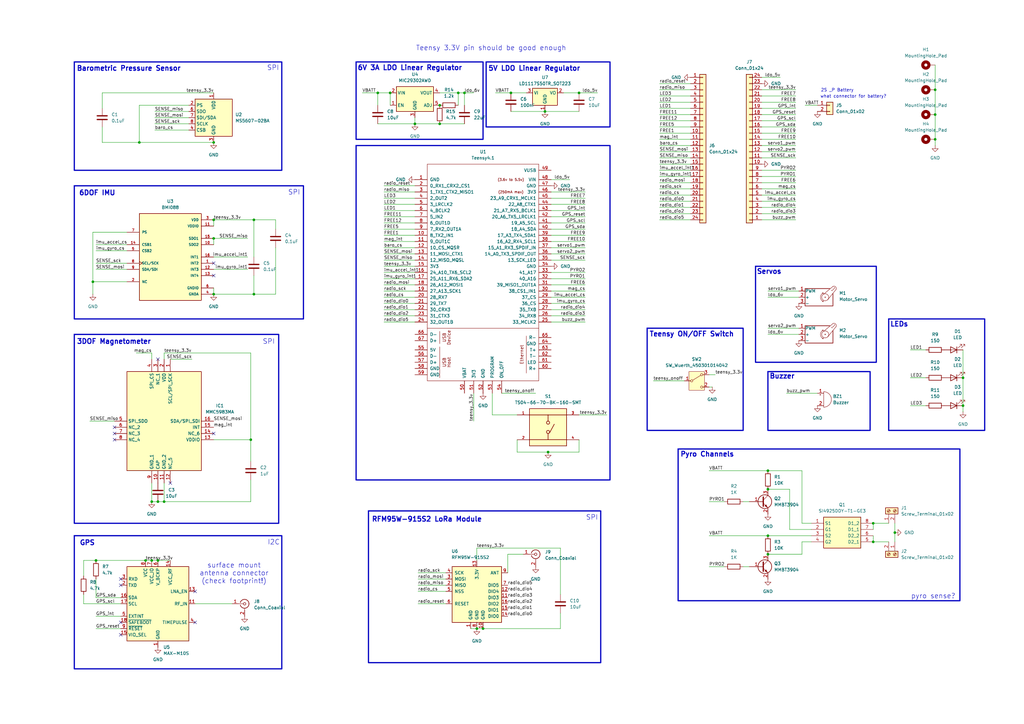
<source format=kicad_sch>
(kicad_sch (version 20231120) (generator "eeschema") (generator_version "8.0")
  (paper "A3")
  (junction (at 64.77 229.87))
  (junction (at 67.31 205.74))
  (junction (at 383.54 46.99))
  (junction (at 38.1 115.57))
  (junction (at 104.14 90.17))
  (junction (at 87.63 90.17))
  (junction (at 59.69 229.87))
  (junction (at 102.87 180.34))
  (junction (at 190.5 38.1))
  (junction (at 383.54 36.83))
  (junction (at 195.58 257.81))
  (junction (at 170.18 50.8))
  (junction (at 314.96 200.66))
  (junction (at 209.55 38.1))
  (junction (at 180.34 50.8))
  (junction (at 160.02 38.1))
  (junction (at 87.63 120.65))
  (junction (at 358.14 214.63))
  (junction (at 62.23 229.87))
  (junction (at 314.96 227.33))
  (junction (at 87.63 58.42))
  (junction (at 187.96 38.1))
  (junction (at 62.23 205.74))
  (junction (at 104.14 120.65))
  (junction (at 39.37 229.87))
  (junction (at 180.34 43.18))
  (junction (at 383.54 57.15))
  (junction (at 237.49 38.1))
  (junction (at 394.97 154.94))
  (junction (at 314.96 193.04))
  (junction (at 64.77 205.74))
  (junction (at 394.97 166.37))
  (junction (at 224.79 185.42))
  (junction (at 87.63 97.79))
  (junction (at 57.15 58.42))
  (junction (at 367.03 218.44))
  (junction (at 154.94 38.1))
  (junction (at 198.12 257.81))
  (junction (at 314.96 219.71))
  (junction (at 223.52 45.72))
  (junction (at 358.14 222.25))
  (no_connect (at 49.53 237.49))
  (no_connect (at 80.01 255.27))
  (no_connect (at 49.53 240.03))
  (no_connect (at 46.99 175.26))
  (no_connect (at 69.85 198.12))
  (no_connect (at 46.99 180.34))
  (no_connect (at 80.01 242.57))
  (no_connect (at 87.63 113.03))
  (no_connect (at 87.63 177.8))
  (no_connect (at 49.53 255.27))
  (no_connect (at 46.99 177.8))
  (no_connect (at 87.63 107.95))
  (no_connect (at 64.77 147.32))
  (no_connect (at 49.53 260.35))
  (wire (pts (xy 57.15 58.42) (xy 87.63 58.42)))
  (wire (pts (xy 171.45 247.65) (xy 182.88 247.65)))
  (wire (pts (xy 326.39 82.55) (xy 312.42 82.55)))
  (wire (pts (xy 326.39 64.77) (xy 312.42 64.77)))
  (wire (pts (xy 312.42 69.85) (xy 326.39 69.85)))
  (wire (pts (xy 101.6 105.41) (xy 87.63 105.41)))
  (wire (pts (xy 312.42 85.09) (xy 326.39 85.09)))
  (wire (pts (xy 226.06 127) (xy 240.03 127)))
  (wire (pts (xy 383.54 46.99) (xy 383.54 57.15)))
  (wire (pts (xy 157.48 119.38) (xy 170.18 119.38)))
  (wire (pts (xy 312.42 41.91) (xy 326.39 41.91)))
  (wire (pts (xy 270.51 36.83) (xy 283.21 36.83)))
  (wire (pts (xy 187.96 38.1) (xy 180.34 38.1)))
  (wire (pts (xy 157.48 101.6) (xy 170.18 101.6)))
  (wire (pts (xy 224.79 185.42) (xy 237.49 185.42)))
  (wire (pts (xy 226.06 104.14) (xy 240.03 104.14)))
  (wire (pts (xy 312.42 57.15) (xy 326.39 57.15)))
  (wire (pts (xy 240.03 91.44) (xy 226.06 91.44)))
  (wire (pts (xy 314.96 121.92) (xy 327.66 121.92)))
  (wire (pts (xy 328.93 222.25) (xy 332.74 222.25)))
  (wire (pts (xy 34.29 229.87) (xy 39.37 229.87)))
  (wire (pts (xy 38.1 115.57) (xy 52.07 115.57)))
  (wire (pts (xy 157.48 106.68) (xy 170.18 106.68)))
  (wire (pts (xy 195.58 224.79) (xy 195.58 229.87)))
  (wire (pts (xy 240.03 124.46) (xy 226.06 124.46)))
  (wire (pts (xy 383.54 59.69) (xy 383.54 57.15)))
  (wire (pts (xy 157.48 78.74) (xy 170.18 78.74)))
  (wire (pts (xy 323.85 200.66) (xy 314.96 200.66)))
  (wire (pts (xy 367.03 214.63) (xy 367.03 218.44)))
  (wire (pts (xy 226.06 96.52) (xy 240.03 96.52)))
  (wire (pts (xy 157.48 121.92) (xy 170.18 121.92)))
  (wire (pts (xy 190.5 38.1) (xy 194.31 38.1)))
  (wire (pts (xy 194.31 161.29) (xy 194.31 172.72)))
  (wire (pts (xy 270.51 54.61) (xy 283.21 54.61)))
  (wire (pts (xy 104.14 90.17) (xy 104.14 105.41)))
  (wire (pts (xy 208.28 227.33) (xy 208.28 234.95)))
  (wire (pts (xy 383.54 36.83) (xy 383.54 46.99)))
  (wire (pts (xy 229.87 251.46) (xy 229.87 257.81)))
  (wire (pts (xy 62.23 144.78) (xy 62.23 147.32)))
  (wire (pts (xy 312.42 39.37) (xy 326.39 39.37)))
  (wire (pts (xy 328.93 222.25) (xy 328.93 227.33)))
  (wire (pts (xy 171.45 234.95) (xy 182.88 234.95)))
  (wire (pts (xy 80.01 247.65) (xy 95.25 247.65)))
  (wire (pts (xy 209.55 45.72) (xy 223.52 45.72)))
  (wire (pts (xy 39.37 229.87) (xy 59.69 229.87)))
  (wire (pts (xy 245.11 38.1) (xy 237.49 38.1)))
  (wire (pts (xy 102.87 180.34) (xy 102.87 144.78)))
  (wire (pts (xy 358.14 219.71) (xy 358.14 222.25)))
  (wire (pts (xy 157.48 91.44) (xy 170.18 91.44)))
  (wire (pts (xy 55.88 144.78) (xy 62.23 144.78)))
  (wire (pts (xy 270.51 52.07) (xy 283.21 52.07)))
  (wire (pts (xy 104.14 120.65) (xy 87.63 120.65)))
  (wire (pts (xy 102.87 205.74) (xy 67.31 205.74)))
  (wire (pts (xy 383.54 26.67) (xy 383.54 36.83)))
  (wire (pts (xy 157.48 81.28) (xy 170.18 81.28)))
  (wire (pts (xy 59.69 229.87) (xy 62.23 229.87)))
  (wire (pts (xy 270.51 46.99) (xy 283.21 46.99)))
  (wire (pts (xy 113.03 90.17) (xy 113.03 93.98)))
  (wire (pts (xy 160.02 38.1) (xy 160.02 43.18)))
  (wire (pts (xy 205.74 161.29) (xy 219.71 161.29)))
  (wire (pts (xy 157.48 76.2) (xy 170.18 76.2)))
  (wire (pts (xy 157.48 109.22) (xy 170.18 109.22)))
  (wire (pts (xy 63.5 45.72) (xy 77.47 45.72)))
  (wire (pts (xy 314.96 219.71) (xy 332.74 219.71)))
  (wire (pts (xy 171.45 237.49) (xy 182.88 237.49)))
  (wire (pts (xy 290.83 219.71) (xy 314.96 219.71)))
  (wire (pts (xy 39.37 102.87) (xy 52.07 102.87)))
  (wire (pts (xy 226.06 83.82) (xy 240.03 83.82)))
  (wire (pts (xy 312.42 77.47) (xy 326.39 77.47)))
  (wire (pts (xy 270.51 39.37) (xy 283.21 39.37)))
  (wire (pts (xy 394.97 154.94) (xy 394.97 166.37)))
  (wire (pts (xy 240.03 93.98) (xy 226.06 93.98)))
  (wire (pts (xy 226.06 119.38) (xy 240.03 119.38)))
  (wire (pts (xy 157.48 83.82) (xy 170.18 83.82)))
  (wire (pts (xy 157.48 132.08) (xy 170.18 132.08)))
  (wire (pts (xy 312.42 62.23) (xy 326.39 62.23)))
  (wire (pts (xy 157.48 104.14) (xy 170.18 104.14)))
  (wire (pts (xy 52.07 95.25) (xy 38.1 95.25)))
  (wire (pts (xy 154.94 50.8) (xy 170.18 50.8)))
  (wire (pts (xy 226.06 129.54) (xy 240.03 129.54)))
  (wire (pts (xy 226.06 99.06) (xy 240.03 99.06)))
  (wire (pts (xy 104.14 90.17) (xy 113.03 90.17)))
  (wire (pts (xy 312.42 36.83) (xy 326.39 36.83)))
  (wire (pts (xy 64.77 229.87) (xy 69.85 229.87)))
  (wire (pts (xy 87.63 90.17) (xy 104.14 90.17)))
  (wire (pts (xy 270.51 67.31) (xy 283.21 67.31)))
  (wire (pts (xy 226.06 73.66) (xy 233.68 73.66)))
  (wire (pts (xy 270.51 74.93) (xy 283.21 74.93)))
  (wire (pts (xy 171.45 242.57) (xy 182.88 242.57)))
  (wire (pts (xy 34.29 247.65) (xy 49.53 247.65)))
  (wire (pts (xy 39.37 100.33) (xy 52.07 100.33)))
  (wire (pts (xy 270.51 80.01) (xy 283.21 80.01)))
  (wire (pts (xy 39.37 237.49) (xy 39.37 245.11)))
  (wire (pts (xy 157.48 86.36) (xy 170.18 86.36)))
  (wire (pts (xy 358.14 214.63) (xy 358.14 217.17)))
  (wire (pts (xy 237.49 170.18) (xy 248.92 170.18)))
  (wire (pts (xy 270.51 57.15) (xy 283.21 57.15)))
  (wire (pts (xy 270.51 49.53) (xy 283.21 49.53)))
  (wire (pts (xy 326.39 52.07) (xy 312.42 52.07)))
  (wire (pts (xy 41.91 38.1) (xy 87.63 38.1)))
  (wire (pts (xy 62.23 198.12) (xy 62.23 205.74)))
  (wire (pts (xy 41.91 58.42) (xy 41.91 52.07)))
  (wire (pts (xy 304.8 232.41) (xy 307.34 232.41)))
  (wire (pts (xy 270.51 34.29) (xy 283.21 34.29)))
  (wire (pts (xy 240.03 88.9) (xy 226.06 88.9)))
  (wire (pts (xy 190.5 38.1) (xy 187.96 38.1)))
  (wire (pts (xy 240.03 86.36) (xy 226.06 86.36)))
  (wire (pts (xy 154.94 38.1) (xy 160.02 38.1)))
  (wire (pts (xy 323.85 217.17) (xy 323.85 200.66)))
  (wire (pts (xy 229.87 257.81) (xy 198.12 257.81)))
  (wire (pts (xy 63.5 50.8) (xy 77.47 50.8)))
  (wire (pts (xy 39.37 257.81) (xy 49.53 257.81)))
  (wire (pts (xy 328.93 214.63) (xy 328.93 193.04)))
  (wire (pts (xy 102.87 205.74) (xy 102.87 196.85)))
  (wire (pts (xy 270.51 41.91) (xy 283.21 41.91)))
  (wire (pts (xy 223.52 45.72) (xy 237.49 45.72)))
  (wire (pts (xy 240.03 121.92) (xy 226.06 121.92)))
  (wire (pts (xy 102.87 144.78) (xy 67.31 144.78)))
  (wire (pts (xy 326.39 80.01) (xy 312.42 80.01)))
  (wire (pts (xy 312.42 87.63) (xy 326.39 87.63)))
  (wire (pts (xy 157.48 96.52) (xy 170.18 96.52)))
  (wire (pts (xy 330.2 43.18) (xy 335.28 43.18)))
  (wire (pts (xy 78.74 147.32) (xy 69.85 147.32)))
  (wire (pts (xy 231.14 38.1) (xy 237.49 38.1)))
  (wire (pts (xy 180.34 50.8) (xy 190.5 50.8)))
  (wire (pts (xy 39.37 245.11) (xy 49.53 245.11)))
  (wire (pts (xy 328.93 227.33) (xy 314.96 227.33)))
  (wire (pts (xy 312.42 31.75) (xy 320.04 31.75)))
  (wire (pts (xy 157.48 93.98) (xy 170.18 93.98)))
  (wire (pts (xy 267.97 156.21) (xy 280.67 156.21)))
  (wire (pts (xy 270.51 82.55) (xy 283.21 82.55)))
  (wire (pts (xy 314.96 193.04) (xy 328.93 193.04)))
  (wire (pts (xy 226.06 111.76) (xy 240.03 111.76)))
  (wire (pts (xy 195.58 224.79) (xy 229.87 224.79)))
  (wire (pts (xy 270.51 87.63) (xy 283.21 87.63)))
  (wire (pts (xy 39.37 107.95) (xy 52.07 107.95)))
  (wire (pts (xy 373.38 166.37) (xy 379.73 166.37)))
  (wire (pts (xy 154.94 38.1) (xy 154.94 43.18)))
  (wire (pts (xy 314.96 134.62) (xy 327.66 134.62)))
  (wire (pts (xy 326.39 44.45) (xy 312.42 44.45)))
  (wire (pts (xy 157.48 129.54) (xy 170.18 129.54)))
  (wire (pts (xy 67.31 144.78) (xy 67.31 147.32)))
  (wire (pts (xy 304.8 205.74) (xy 307.34 205.74)))
  (wire (pts (xy 270.51 59.69) (xy 283.21 59.69)))
  (wire (pts (xy 190.5 38.1) (xy 190.5 43.18)))
  (wire (pts (xy 226.06 114.3) (xy 240.03 114.3)))
  (wire (pts (xy 87.63 97.79) (xy 87.63 100.33)))
  (wire (pts (xy 328.93 214.63) (xy 332.74 214.63)))
  (wire (pts (xy 34.29 236.22) (xy 34.29 229.87)))
  (wire (pts (xy 157.48 124.46) (xy 170.18 124.46)))
  (wire (pts (xy 270.51 69.85) (xy 283.21 69.85)))
  (wire (pts (xy 201.93 170.18) (xy 212.09 170.18)))
  (wire (pts (xy 326.39 49.53) (xy 312.42 49.53)))
  (wire (pts (xy 312.42 74.93) (xy 326.39 74.93)))
  (wire (pts (xy 171.45 240.03) (xy 182.88 240.03)))
  (wire (pts (xy 195.58 257.81) (xy 198.12 257.81)))
  (wire (pts (xy 226.06 78.74) (xy 240.03 78.74)))
  (wire (pts (xy 38.1 95.25) (xy 38.1 115.57)))
  (wire (pts (xy 34.29 243.84) (xy 34.29 247.65)))
  (wire (pts (xy 102.87 189.23) (xy 102.87 180.34)))
  (wire (pts (xy 101.6 97.79) (xy 87.63 97.79)))
  (wire (pts (xy 201.93 170.18) (xy 201.93 161.29)))
  (wire (pts (xy 229.87 224.79) (xy 229.87 243.84)))
  (wire (pts (xy 157.48 111.76) (xy 170.18 111.76)))
  (wire (pts (xy 290.83 153.67) (xy 293.37 153.67)))
  (wire (pts (xy 187.96 38.1) (xy 187.96 43.18)))
  (wire (pts (xy 104.14 113.03) (xy 104.14 120.65)))
  (wire (pts (xy 290.83 205.74) (xy 297.18 205.74)))
  (wire (pts (xy 312.42 54.61) (xy 326.39 54.61)))
  (wire (pts (xy 212.09 185.42) (xy 224.79 185.42)))
  (wire (pts (xy 290.83 193.04) (xy 314.96 193.04)))
  (wire (pts (xy 270.51 72.39) (xy 283.21 72.39)))
  (wire (pts (xy 208.28 227.33) (xy 214.63 227.33)))
  (wire (pts (xy 270.51 62.23) (xy 283.21 62.23)))
  (wire (pts (xy 358.14 214.63) (xy 364.49 214.63)))
  (wire (pts (xy 77.47 43.18) (xy 57.15 43.18)))
  (wire (pts (xy 87.63 90.17) (xy 87.63 92.71)))
  (wire (pts (xy 41.91 58.42) (xy 57.15 58.42)))
  (wire (pts (xy 209.55 38.1) (xy 215.9 38.1)))
  (wire (pts (xy 394.97 168.91) (xy 394.97 166.37)))
  (wire (pts (xy 212.09 180.34) (xy 212.09 185.42)))
  (wire (pts (xy 226.06 116.84) (xy 240.03 116.84)))
  (wire (pts (xy 237.49 180.34) (xy 237.49 185.42)))
  (wire (pts (xy 170.18 50.8) (xy 180.34 50.8)))
  (wire (pts (xy 290.83 232.41) (xy 297.18 232.41)))
  (wire (pts (xy 326.39 90.17) (xy 312.42 90.17)))
  (wire (pts (xy 373.38 143.51) (xy 379.73 143.51)))
  (wire (pts (xy 373.38 154.94) (xy 379.73 154.94)))
  (wire (pts (xy 367.03 218.44) (xy 367.03 222.25)))
  (wire (pts (xy 157.48 127) (xy 170.18 127)))
  (wire (pts (xy 290.83 158.75) (xy 292.1 158.75)))
  (wire (pts (xy 101.6 110.49) (xy 87.63 110.49)))
  (wire (pts (xy 394.97 143.51) (xy 394.97 154.94)))
  (wire (pts (xy 157.48 116.84) (xy 170.18 116.84)))
  (wire (pts (xy 312.42 72.39) (xy 326.39 72.39)))
  (wire (pts (xy 170.18 50.8) (xy 170.18 48.26)))
  (wire (pts (xy 67.31 205.74) (xy 67.31 198.12)))
  (wire (pts (xy 41.91 38.1) (xy 41.91 44.45)))
  (wire (pts (xy 270.51 85.09) (xy 283.21 85.09)))
  (wire (pts (xy 87.63 180.34) (xy 102.87 180.34)))
  (wire (pts (xy 203.2 38.1) (xy 209.55 38.1)))
  (wire (pts (xy 38.1 120.65) (xy 38.1 115.57)))
  (wire (pts (xy 64.77 205.74) (xy 67.31 205.74)))
  (wire (pts (xy 270.51 64.77) (xy 283.21 64.77)))
  (wire (pts (xy 314.96 119.38) (xy 327.66 119.38)))
  (wire (pts (xy 226.06 101.6) (xy 240.03 101.6)))
  (wire (pts (xy 157.48 88.9) (xy 170.18 88.9)))
  (wire (pts (xy 226.06 81.28) (xy 240.03 81.28)))
  (wire (pts (xy 62.23 205.74) (xy 64.77 205.74)))
  (wire (pts (xy 157.48 114.3) (xy 170.18 114.3)))
  (wire (pts (xy 113.03 101.6) (xy 113.03 120.65)))
  (wire (pts (xy 270.51 90.17) (xy 283.21 90.17)))
  (wire (pts (xy 57.15 43.18) (xy 57.15 58.42)))
  (wire (pts (xy 332.74 217.17) (xy 323.85 217.17)))
  (wire (pts (xy 63.5 48.26) (xy 77.47 48.26)))
  (wire (pts (xy 314.96 137.16) (xy 327.66 137.16)))
  (wire (pts (xy 87.63 118.11) (xy 87.63 120.65)))
  (wire (pts (xy 240.03 106.68) (xy 226.06 106.68)))
  (wire (pts (xy 148.59 38.1) (xy 154.94 38.1)))
  (wire (pts (xy 39.37 110.49) (xy 52.07 110.49)))
  (wire (pts (xy 326.39 46.99) (xy 312.42 46.99)))
  (wire (pts (xy 113.03 120.65) (xy 104.14 120.65)))
  (wire (pts (xy 270.51 77.47) (xy 283.21 77.47)))
  (wire (pts (xy 62.23 229.87) (xy 64.77 229.87)))
  (wire (pts (xy 39.37 252.73) (xy 49.53 252.73)))
  (wire (pts (xy 240.03 132.08) (xy 226.06 132.08)))
  (wire (pts (xy 193.04 257.81) (xy 195.58 257.81)))
  (wire (pts (xy 322.58 161.29) (xy 335.28 161.29)))
  (wire (pts (xy 157.48 99.06) (xy 170.18 99.06)))
  (wire (pts (xy 312.42 59.69) (xy 326.39 59.69)))
  (wire (pts (xy 63.5 53.34) (xy 77.47 53.34)))
  (wire (pts (xy 270.51 44.45) (xy 283.21 44.45)))
  (wire (pts (xy 358.14 222.25) (xy 364.49 222.25)))
  (wire (pts (xy 36.83 172.72) (xy 46.99 172.72)))
  (rectangle (start 278.13 184.15) (end 393.7 246.38) (stroke (width 0.5)))
  (rectangle (start 314.96 152.4) (end 356.87 176.53) (stroke (width 0.5)))
  (rectangle (start 30.48 137.16) (end 114.3 214.63) (stroke (width 0.5)))
  (rectangle (start 30.48 25.4) (end 115.57 69.85) (stroke (width 0.5)))
  (rectangle (start 146.05 59.69) (end 250.19 196.85) (stroke (width 0.5)))
  (rectangle (start 265.43 134.62) (end 304.8 176.53) (stroke (width 0.5)))
  (rectangle (start 30.48 219.71) (end 115.57 274.32) (stroke (width 0.5)))
  (rectangle (start 151.13 209.55) (end 246.38 271.78) (stroke (width 0.5)))
  (rectangle (start 30.48 76.2) (end 124.46 130.81) (stroke (width 0.5)))
  (rectangle (start 199.39 25.4) (end 250.19 52.07) (stroke (width 0.5)))
  (rectangle (start 364.49 130.81) (end 403.86 176.53) (stroke (width 0.5)))
  (rectangle (start 146.05 25.4) (end 198.12 57.15) (stroke (width 0.5)))
  (rectangle (start 309.88 109.22) (end 359.41 148.59) (stroke (width 0.5)))
  (text "SPI" (at 112.014 27.94 0) (effects (font (size 2 2))))
  (text "5V LDO Linear Regulator" (at 200.152 28.194 0) (effects (font (size 2 2) (thickness 0.4) (bold yes)) (justify left)))
  (text "SPI" (at 110.236 140.208 0) (effects (font (size 2 2))))
  (text "LEDs" (at 368.808 133.096 0) (effects (font (size 2 2) (thickness 0.4) (bold yes))))
  (text "GPS" (at 35.814 222.758 0) (effects (font (size 2 2) (thickness 0.4) (bold yes))))
  (text "SPI" (at 120.65 78.994 0) (effects (font (size 2 2))))
  (text "Barometric Pressure Sensor\n" (at 52.832 28.194 0) (effects (font (size 2 2) (thickness 0.4) (bold yes))))
  (text "surface mount\nantenna connector\n(check footprint!)\n" (at 96.012 235.204 0) (effects (font (size 2 2))))
  (text "pyro sense?" (at 382.778 244.602 0) (effects (font (size 2 2))))
  (text "SPI" (at 242.824 212.344 0) (effects (font (size 2 2))))
  (text "2S _P Battery" (at 343.408 37.084 0) (effects (font (size 1.27 1.27))))
  (text "Teensy 3.3V pin should be good enough" (at 201.422 19.812 0) (effects (font (size 2 2))))
  (text "3DOF Magnetometer\n" (at 46.736 140.208 0) (effects (font (size 2 2) (thickness 0.4) (bold yes))))
  (text "6DOF IMU" (at 39.878 79.248 0) (effects (font (size 2 2) (thickness 0.4) (bold yes))))
  (text "Servos\n" (at 315.468 111.506 0) (effects (font (size 2 2) (thickness 0.4) (bold yes))))
  (text "Teensy ON/OFF Switch" (at 283.718 137.16 0) (effects (font (size 2 2) (thickness 0.4) (bold yes))))
  (text "Buzzer" (at 320.802 154.432 0) (effects (font (size 2 2) (thickness 0.4) (bold yes))))
  (text "RFM95W-915S2 LoRa Module" (at 152.4 213.106 0) (effects (font (size 2 2) (thickness 0.4) (bold yes)) (justify left)))
  (text "what connector for battery?" (at 350.012 39.624 0) (effects (font (size 1.27 1.27))))
  (text "Pyro Channels" (at 290.068 186.436 0) (effects (font (size 2 2) (thickness 0.4) (bold yes))))
  (text "I2C" (at 112.268 222.504 0) (effects (font (size 2 2))))
  (text "6V 3A LDO Linear Regulator" (at 146.558 27.94 0) (effects (font (size 2 2) (thickness 0.4) (bold yes)) (justify left)))
  (label "GPS_sda" (at 240.03 93.98 180))
  (label "FREE12" (at 157.48 91.44 0))
  (label "LED3" (at 373.38 166.37 0))
  (label "radio_cs" (at 157.48 121.92 0))
  (label "ldo_5v" (at 233.68 73.66 180))
  (label "FREE9" (at 326.39 54.61 180))
  (label "radio_reset" (at 171.45 247.65 0))
  (label "teensy_3.3v" (at 59.69 229.87 0))
  (label "SENSE_miso" (at 101.6 97.79 180))
  (label "GPS_int" (at 240.03 86.36 180))
  (label "VBATT" (at 290.83 219.71 0))
  (label "radio_dio0" (at 208.28 252.73 0))
  (label "imu_gyro_cs" (at 240.03 124.46 180))
  (label "radio_dio2" (at 208.28 247.65 0))
  (label "radio_dio2" (at 157.48 129.54 0))
  (label "GPS_int" (at 39.37 252.73 0))
  (label "teensy_3.3v" (at 194.31 172.72 90))
  (label "FREE1" (at 270.51 54.61 0))
  (label "FREE5" (at 270.51 52.07 0))
  (label "radio_mosi" (at 270.51 74.93 0))
  (label "ldo_5v" (at 245.11 38.1 180))
  (label "LED2" (at 373.38 154.94 0))
  (label "radio_dio5" (at 157.48 132.08 0))
  (label "GPS_sda" (at 39.37 245.11 0))
  (label "imu_gyro_int1" (at 270.51 72.39 0))
  (label "VBATT" (at 148.59 38.1 0))
  (label "radio_mosi" (at 157.48 116.84 0))
  (label "mag_cs" (at 240.03 119.38 180))
  (label "GPS_scl" (at 240.03 91.44 180))
  (label "GPS_sda" (at 326.39 52.07 180))
  (label "PYRO2" (at 240.03 111.76 180))
  (label "radio_dio0" (at 270.51 82.55 0))
  (label "baro_cs" (at 157.48 101.6 0))
  (label "servo1_pwm" (at 326.39 59.69 180))
  (label "SENSE_mosi" (at 39.37 110.49 0))
  (label "imu_accel_int1" (at 157.48 111.76 0))
  (label "FREE8" (at 326.39 41.91 180))
  (label "radio_dio4" (at 240.03 127 180))
  (label "SENSE_mosi" (at 63.5 48.26 0))
  (label "FREE9" (at 240.03 96.52 180))
  (label "teensy_3.3v" (at 157.48 109.22 0))
  (label "SENSE_sck" (at 240.03 106.68 180))
  (label "LED1" (at 157.48 86.36 0))
  (label "PYRO1" (at 240.03 114.3 180))
  (label "teensy_3.3v" (at 87.63 38.1 180))
  (label "radio_dio3" (at 208.28 245.11 0))
  (label "imu_accel_cs" (at 240.03 121.92 180))
  (label "GPS_reset" (at 240.03 88.9 180))
  (label "LED1" (at 373.38 143.51 0))
  (label "FREE7" (at 326.39 39.37 180))
  (label "servo2_pwm" (at 314.96 134.62 0))
  (label "teensy_onoff" (at 267.97 156.21 0))
  (label "radio_sck" (at 157.48 119.38 0))
  (label "LED1" (at 270.51 44.45 0))
  (label "radio_dio5" (at 270.51 90.17 0))
  (label "GPS_reset" (at 326.39 46.99 180))
  (label "FREE11" (at 270.51 46.99 0))
  (label "SENSE_miso" (at 270.51 64.77 0))
  (label "servo1_pwm" (at 240.03 101.6 180))
  (label "mag_cs" (at 326.39 77.47 180))
  (label "radio_cs" (at 270.51 80.01 0))
  (label "SENSE_sck" (at 63.5 50.8 0))
  (label "imu_gyro_cs" (at 326.39 82.55 180))
  (label "teensy_3.3v" (at 240.03 78.74 180))
  (label "imu_accel_cs" (at 39.37 100.33 0))
  (label "radio_dio0" (at 157.48 124.46 0))
  (label "SENSE_mosi" (at 270.51 62.23 0))
  (label "teensy_3.3v" (at 248.92 170.18 180))
  (label "radio_sck" (at 270.51 77.47 0))
  (label "radio_miso" (at 157.48 78.74 0))
  (label "teensy_3.3v" (at 67.31 144.78 0))
  (label "imu_gyro_int1" (at 157.48 114.3 0))
  (label "radio_dio1" (at 270.51 85.09 0))
  (label "FREE12" (at 270.51 49.53 0))
  (label "radio_dio2" (at 270.51 87.63 0))
  (label "baro_cs" (at 63.5 53.34 0))
  (label "FREE5" (at 157.48 93.98 0))
  (label "imu_accel_cs" (at 326.39 80.01 180))
  (label "PYRO1" (at 326.39 72.39 180))
  (label "SENSE_mosi" (at 157.48 104.14 0))
  (label "radio_cs" (at 171.45 242.57 0))
  (label "servo2_pwm" (at 326.39 62.23 180))
  (label "mag_cs" (at 62.23 144.78 180))
  (label "LED2" (at 157.48 83.82 0))
  (label "PYRO2" (at 326.39 69.85 180))
  (label "FREE10" (at 326.39 57.15 180))
  (label "imu_accel_int1" (at 270.51 69.85 0))
  (label "GPS_scl" (at 39.37 247.65 0))
  (label "buzz_pwm" (at 326.39 90.17 180))
  (label "mag_int" (at 270.51 57.15 0))
  (label "LED2" (at 270.51 41.91 0))
  (label "buzz_pwm" (at 322.58 161.29 0))
  (label "FREE6" (at 326.39 74.93 180))
  (label "mag_int" (at 87.63 175.26 0))
  (label "imu_gyro_int1" (at 101.6 110.49 180))
  (label "VBATT" (at 203.2 38.1 0))
  (label "GPS_int" (at 326.39 44.45 180))
  (label "radio_dio4" (at 326.39 85.09 180))
  (label "PYRO1" (at 290.83 205.74 0))
  (label "ldo_6v" (at 190.5 38.1 0))
  (label "LED3" (at 157.48 81.28 0))
  (label "FREE1" (at 157.48 96.52 0))
  (label "teensy_3.3v" (at 270.51 67.31 0))
  (label "servo1_pwm" (at 314.96 119.38 0))
  (label "SENSE_miso" (at 36.83 172.72 0))
  (label "SENSE_miso" (at 157.48 106.68 0))
  (label "ldo_6v" (at 314.96 121.92 0))
  (label "VBATT" (at 330.2 43.18 0))
  (label "SENSE_sck" (at 326.39 64.77 180))
  (label "baro_cs" (at 270.51 59.69 0))
  (label "teensy_onoff" (at 207.01 161.29 0))
  (label "radio_miso" (at 171.45 240.03 0))
  (label "mag_int" (at 157.48 99.06 0))
  (label "GPS_reset" (at 39.37 257.81 0))
  (label "radio_reset" (at 270.51 34.29 0))
  (label "SENSE_miso" (at 63.5 45.72 0))
  (label "FREE7" (at 240.03 81.28 180))
  (label "radio_miso" (at 270.51 36.83 0))
  (label "imu_gyro_cs" (at 39.37 102.87 0))
  (label "buzz_pwm" (at 240.03 132.08 180))
  (label "LED3" (at 270.51 39.37 0))
  (label "radio_dio1" (at 208.28 250.19 0))
  (label "radio_dio3" (at 326.39 87.63 180))
  (label "SENSE_mosi" (at 87.63 172.72 0))
  (label "radio_dio5" (at 208.28 240.03 0))
  (label "PYRO2" (at 290.83 232.41 0))
  (label "imu_accel_int1" (at 101.6 105.41 180))
  (label "teensy_3.3v" (at 293.37 153.67 0))
  (label "teensy_3.3v" (at 87.63 90.17 0))
  (label "SENSE_sck" (at 78.74 147.32 180))
  (label "GPS_scl" (at 326.39 49.53 180))
  (label "radio_mosi" (at 171.45 237.49 0))
  (label "ldo_6v" (at 314.96 137.16 0))
  (label "servo2_pwm" (at 240.03 104.14 180))
  (label "radio_reset" (at 157.48 76.2 0))
  (label "FREE6" (at 240.03 116.84 180))
  (label "radio_dio3" (at 240.03 129.54 180))
  (label "FREE10" (at 240.03 99.06 180))
  (label "FREE8" (at 240.03 83.82 180))
  (label "radio_dio1" (at 157.48 127 0))
  (label "SENSE_sck" (at 39.37 107.95 0))
  (label "teensy_3.3v" (at 326.39 36.83 180))
  (label "VBATT" (at 290.83 193.04 0))
  (label "teensy_3.3v" (at 195.58 224.79 0))
  (label "FREE11" (at 157.48 88.9 0))
  (label "radio_sck" (at 171.45 234.95 0))
  (label "ldo_5v" (at 320.04 31.75 180))
  (label "radio_dio4" (at 208.28 242.57 0))
  (symbol (lib_id "HPRsymbols:Teensy4.1") (at 198.12 128.27 0) (unit 1)
    (property "Reference" "U1" (at 198.12 62.23 0))
    (property "Value" "Teensy4.1" (at 198.12 64.77 0))
    (property "Footprint" "HPRfootprints:Teensy41" (effects (hide yes)))
  )
  (symbol (lib_id "Regulator_Linear:LD1117S50TR_SOT223") (at 223.52 38.1 0) (unit 1)
    (property "Reference" "U7" (at 223.52 31.75 0))
    (property "Value" "LD1117S50TR_SOT223" (at 223.52 34.29 0))
    (property "Footprint" "Package_TO_SOT_SMD:SOT-223-3_TabPin2" (effects (hide yes)))
    (property "Datasheet" "http://www.st.com/st-web-ui/static/active/en/resource/technical/document/datasheet/CD00000544.pdf" (effects (hide yes)))
    (property "Description" "800mA Fixed Low Drop Positive Voltage Regulator, Fixed Output 5.0V, SOT-223" (effects (hide yes)))
  )
  (symbol (lib_id "power:GND") (at 335.28 45.72 0) (unit 1)
    (property "Reference" "#PWR019" (effects (hide yes)))
    (property "Value" "GND" (at 335.28 50.8 0))
    (property "Description" "Power symbol creates a global label with name \"GND\" , ground" (effects (hide yes)))
  )
  (symbol (lib_id "power:GND") (at 38.1 120.65 0) (unit 1)
    (property "Reference" "#PWR09" (effects (hide yes)))
    (property "Value" "GND" (at 38.1 125.73 0))
    (property "Description" "Power symbol creates a global label with name \"GND\" , ground" (effects (hide yes)))
  )
  (symbol (lib_id "Device:C") (at 104.14 109.22 0) (unit 1)
    (property "Reference" "C5" (at 107.95 107.9499 0) (effects (justify left)))
    (property "Value" "0.1uF" (at 107.95 110.4899 0) (effects (justify left)))
    (property "Footprint" "Capacitor_SMD:C_0201_0603Metric_Pad0.64x0.40mm_HandSolder" (effects (hide yes)))
    (property "Description" "Unpolarized capacitor" (effects (hide yes)))
  )
  (symbol (lib_id "RF_Module:RFM95W-915S2") (at 195.58 242.57 0) (unit 1)
    (property "Reference" "U6" (at 185.166 226.06 0) (effects (justify left)))
    (property "Value" "RFM95W-915S2" (at 185.166 228.6 0) (effects (justify left)))
    (property "Footprint" "RF_Module:HOPERF_RFM9XW_SMD" (effects (hide yes)))
    (property "Datasheet" "https://www.hoperf.com/data/upload/portal/20181127/5bfcbea20e9ef.pdf" (effects (hide yes)))
    (property "Description" "Low power long range transceiver module, SPI and parallel interface, 915 MHz, spreading factor 6 to12, bandwidth 7.8 to 500kHz, -111 to -148 dBm, SMD-16, DIP-16" (effects (hide yes)))
  )
  (symbol (lib_id "power:GND") (at 62.23 205.74 0) (unit 1)
    (property "Reference" "#PWR04" (effects (hide yes)))
    (property "Value" "GND" (at 62.23 210.82 0))
    (property "Description" "Power symbol creates a global label with name \"GND\" , ground" (effects (hide yes)))
  )
  (symbol (lib_id "power:GND") (at 87.63 58.42 0) (unit 1)
    (property "Reference" "#PWR02" (effects (hide yes)))
    (property "Value" "GND" (at 87.63 63.5 0))
    (property "Description" "Power symbol creates a global label with name \"GND\" , ground" (effects (hide yes)))
  )
  (symbol (lib_id "power:GND") (at 226.06 76.2 90) (unit 1)
    (property "Reference" "#PWR012" (effects (hide yes)))
    (property "Value" "GND" (at 229.87 76.1999 90) (effects (justify right)))
    (property "Description" "Power symbol creates a global label with name \"GND\" , ground" (effects (hide yes)))
  )
  (symbol (lib_id "Device:LED") (at 391.16 143.51 180) (unit 1)
    (property "Reference" "D1" (at 392.7475 135.89 0))
    (property "Value" "LED" (at 392.7475 138.43 0))
    (property "Footprint" "LED_SMD:LED_0201_0603Metric_Pad0.64x0.40mm_HandSolder" (effects (hide yes)))
    (property "Description" "Light emitting diode" (effects (hide yes)))
  )
  (symbol (lib_id "power:GND") (at 314.96 237.49 0) (unit 1)
    (property "Reference" "#PWR06" (effects (hide yes)))
    (property "Value" "GND" (at 314.96 242.57 0))
    (property "Description" "Power symbol creates a global label with name \"GND\" , ground" (effects (hide yes)))
  )
  (symbol (lib_id "power:GND") (at 335.28 166.37 0) (unit 1)
    (property "Reference" "#PWR020" (effects (hide yes)))
    (property "Value" "GND" (at 335.28 171.45 0))
    (property "Description" "Power symbol creates a global label with name \"GND\" , ground" (effects (hide yes)))
  )
  (symbol (lib_id "Device:C") (at 237.49 41.91 0) (unit 1)
    (property "Reference" "C7" (at 241.3 40.6399 0) (effects (justify left)))
    (property "Value" "10uF" (at 241.3 43.1799 0) (effects (justify left)))
    (property "Footprint" "Capacitor_SMD:C_0201_0603Metric_Pad0.64x0.40mm_HandSolder" (effects (hide yes)))
    (property "Description" "Unpolarized capacitor" (effects (hide yes)))
  )
  (symbol (lib_id "Transistor_BJT:MMBT3904") (at 312.42 205.74 0) (unit 1)
    (property "Reference" "Q2" (at 317.5 204.4699 0) (effects (justify left)))
    (property "Value" "MMBT3904" (at 317.5 207.0099 0) (effects (justify left)))
    (property "Footprint" "Package_TO_SOT_SMD:SOT-23" (effects (hide yes)))
    (property "Datasheet" "https://www.onsemi.com/pdf/datasheet/pzt3904-d.pdf" (effects (hide yes)))
    (property "Description" "0.2A Ic, 40V Vce, Small Signal NPN Transistor, SOT-23" (effects (hide yes)))
  )
  (symbol (lib_id "HPRsymbols:TS04-66-70-BK-160-SMT") (at 224.79 175.26 0) (unit 1)
    (property "Reference" "S1" (at 224.79 162.56 0))
    (property "Value" "TS04-66-70-BK-160-SMT" (at 224.79 165.1 0))
    (property "Footprint" "HPRfootprints:SW_TS04-66-70-BK-160-SMT" (effects (hide yes)))
    (property "PARTREV" "1.0" (effects (hide yes)))
    (property "MANUFACTURER" "CUI Devices" (effects (hide yes)))
    (property "STANDARD" "Manufacturer Recommendations" (effects (hide yes)))
  )
  (symbol (lib_id "HPRsymbols:SI4925DDY-T1-GE3") (at 332.74 214.63 0) (unit 1)
    (property "Reference" "Q1" (at 345.44 207.01 0))
    (property "Value" "SI4925DDY-T1-GE3" (at 345.44 209.55 0))
    (property "Footprint" "HPRfootprints:SOIC127P600X175-8N" (effects (hide yes)))
    (property "Datasheet" "https://www.vishay.com/docs/68969/si4925dd.pdf" (effects (hide yes)))
    (property "Description" "Vishay SI4925DDY-T1-GE3 Dual P-channel MOSFET Transistor, 8 A, 30 V, 8-Pin SOIC" (effects (hide yes)))
    (property "Height" "1.75" (effects (hide yes)))
    (property "Mouser Part Number" "781-SI4925DDY-GE3" (effects (hide yes)))
    (property "Mouser Price/Stock" "https://www.mouser.co.uk/ProductDetail/Vishay-Semiconductors/SI4925DDY-T1-GE3?qs=ru2xu5lizsDqm0sSdBYmQg%3D%3D" (effects (hide yes)))
    (property "Manufacturer_Name" "Vishay" (effects (hide yes)))
    (property "Manufacturer_Part_Number" "SI4925DDY-T1-GE3" (effects (hide yes)))
  )
  (symbol (lib_id "Device:C") (at 229.87 247.65 0) (unit 1)
    (property "Reference" "C10" (at 233.68 246.3799 0) (effects (justify left)))
    (property "Value" "10uF" (at 233.68 248.9199 0) (effects (justify left)))
    (property "Footprint" "Capacitor_SMD:C_0201_0603Metric_Pad0.64x0.40mm_HandSolder" (effects (hide yes)))
    (property "Description" "Unpolarized capacitor" (effects (hide yes)))
  )
  (symbol (lib_id "Connector:Conn_Coaxial") (at 100.33 247.65 0) (unit 1)
    (property "Reference" "J8" (at 104.14 246.6731 0) (effects (justify left)))
    (property "Value" "Conn_Coaxial" (at 104.14 249.2131 0) (effects (justify left)))
    (property "Footprint" "Connector_Coaxial:SMA_Amphenol_132134-10_Vertical" (effects (hide yes)))
    (property "Description" "coaxial connector (BNC, SMA, SMB, SMC, Cinch/RCA, LEMO, ...)" (effects (hide yes)))
  )
  (symbol (lib_id "Device:C") (at 154.94 46.99 0) (unit 1)
    (property "Reference" "C8" (at 158.75 45.7199 0) (effects (justify left)))
    (property "Value" "10uF" (at 158.75 48.2599 0) (effects (justify left)))
    (property "Footprint" "Capacitor_SMD:C_0201_0603Metric_Pad0.64x0.40mm_HandSolder" (effects (hide yes)))
    (property "Description" "Unpolarized capacitor" (effects (hide yes)))
  )
  (symbol (lib_id "power:GND") (at 219.71 232.41 0) (unit 1)
    (property "Reference" "#PWR026" (effects (hide yes)))
    (property "Value" "GND" (at 219.71 237.49 0))
    (property "Description" "Power symbol creates a global label with name \"GND\" , ground" (effects (hide yes)))
  )
  (symbol (lib_id "Device:R") (at 39.37 233.68 0) (unit 1)
    (property "Reference" "R7" (at 41.91 232.4099 0) (effects (justify left)))
    (property "Value" "4.7k" (at 41.91 234.9499 0) (effects (justify left)))
    (property "Footprint" "Resistor_SMD:R_0201_0603Metric_Pad0.64x0.40mm_HandSolder" (effects (hide yes)))
    (property "Description" "Resistor" (effects (hide yes)))
  )
  (symbol (lib_id "Device:LED") (at 391.16 154.94 180) (unit 1)
    (property "Reference" "D2" (at 392.7475 147.32 0))
    (property "Value" "LED" (at 392.7475 149.86 0))
    (property "Footprint" "LED_SMD:LED_0201_0603Metric_Pad0.64x0.40mm_HandSolder" (effects (hide yes)))
    (property "Description" "Light emitting diode" (effects (hide yes)))
  )
  (symbol (lib_id "power:GND") (at 383.54 59.69 0) (unit 1)
    (property "Reference" "#PWR017" (effects (hide yes)))
    (property "Value" "GND" (at 383.54 64.77 0))
    (property "Description" "Power symbol creates a global label with name \"GND\" , ground" (effects (hide yes)))
  )
  (symbol (lib_id "Switch:SW_Wuerth_450301014042") (at 285.75 156.21 0) (unit 1)
    (property "Reference" "SW2" (at 285.75 147.32 0))
    (property "Value" "SW_Wuerth_450301014042" (at 285.75 149.86 0))
    (property "Footprint" "Button_Switch_THT:SW_Slide-03_Wuerth-WS-SLTV_10x2.5x6.4_P2.54mm" (effects (hide yes)))
    (property "Datasheet" "https://www.we-online.com/components/products/datasheet/450301014042.pdf" (effects (hide yes)))
    (property "Description" "Switch slide, single pole double throw" (effects (hide yes)))
  )
  (symbol (lib_id "power:GND") (at 327.66 124.46 0) (unit 1)
    (property "Reference" "#PWR022" (effects (hide yes)))
    (property "Value" "GND" (at 327.66 129.54 0))
    (property "Description" "Power symbol creates a global label with name \"GND\" , ground" (effects (hide yes)))
  )
  (symbol (lib_id "Connector:Conn_Coaxial") (at 219.71 227.33 0) (unit 1)
    (property "Reference" "J9" (at 223.52 226.3531 0) (effects (justify left)))
    (property "Value" "Conn_Coaxial" (at 223.52 228.8931 0) (effects (justify left)))
    (property "Footprint" "Connector_Coaxial:SMA_Amphenol_132134-10_Vertical" (effects (hide yes)))
    (property "Description" "coaxial connector (BNC, SMA, SMB, SMC, Cinch/RCA, LEMO, ...)" (effects (hide yes)))
  )
  (symbol (lib_id "power:GND") (at 195.58 257.81 0) (unit 1)
    (property "Reference" "#PWR025" (effects (hide yes)))
    (property "Value" "GND" (at 195.58 262.89 0))
    (property "Description" "Power symbol creates a global label with name \"GND\" , ground" (effects (hide yes)))
  )
  (symbol (lib_id "power:GND") (at 292.1 158.75 0) (unit 1)
    (property "Reference" "#PWR016" (effects (hide yes)))
    (property "Value" "GND" (at 292.1 163.83 0))
    (property "Description" "Power symbol creates a global label with name \"GND\" , ground" (effects (hide yes)))
  )
  (symbol (lib_id "Connector_Generic:Conn_01x24") (at 307.34 62.23 180) (unit 1)
    (property "Reference" "J7" (at 307.34 25.4 0))
    (property "Value" "Conn_01x24" (at 307.34 27.94 0))
    (property "Footprint" "Connector_Molex:Molex_SL_171971-0024_1x24_P2.54mm_Vertical" (effects (hide yes)))
    (property "Description" "Generic connector, single row, 01x24, script generated (kicad-library-utils/schlib/autogen/connector/)" (effects (hide yes)))
  )
  (symbol (lib_id "Sensor_Pressure:MS5607-02BA") (at 87.63 48.26 0) (unit 1)
    (property "Reference" "U2" (at 96.52 46.9899 0) (effects (justify left)))
    (property "Value" "MS5607-02BA" (at 96.52 49.5299 0) (effects (justify left)))
    (property "Footprint" "Package_LGA:LGA-8_3x5mm_P1.25mm" (effects (hide yes)))
    (property "Datasheet" "https://www.te.com/commerce/DocumentDelivery/DDEController?Action=showdoc&DocId=Data+Sheet%7FMS5607-02BA03%7FB2%7Fpdf%7FEnglish%7FENG_DS_MS5607-02BA03_B2.pdf%7FCAT-BLPS0035" (effects (hide yes)))
    (property "Description" "Barometric pressure sensor, 20cm resolution, 10 to 1200 mbar, I2C and SPI interface up to 20MHz, LGA-8" (effects (hide yes)))
  )
  (symbol (lib_id "power:GND") (at 367.03 218.44 90) (unit 1)
    (property "Reference" "#PWR015" (effects (hide yes)))
    (property "Value" "GND" (at 370.84 218.4399 90) (effects (justify right)))
    (property "Description" "Power symbol creates a global label with name \"GND\" , ground" (effects (hide yes)))
  )
  (symbol (lib_id "Device:C") (at 64.77 201.93 0) (unit 1)
    (property "Reference" "C3" (at 70.358 200.914 0))
    (property "Value" "10uF" (at 70.358 203.454 0))
    (property "Footprint" "Capacitor_SMD:C_0201_0603Metric_Pad0.64x0.40mm_HandSolder" (effects (hide yes)))
    (property "Description" "Unpolarized capacitor" (effects (hide yes)))
  )
  (symbol (lib_id "Device:R") (at 34.29 240.03 0) (unit 1)
    (property "Reference" "R8" (at 36.83 238.7599 0) (effects (justify left)))
    (property "Value" "4.7k" (at 36.83 241.2999 0) (effects (justify left)))
    (property "Footprint" "Resistor_SMD:R_0201_0603Metric_Pad0.64x0.40mm_HandSolder" (effects (hide yes)))
    (property "Description" "Resistor" (effects (hide yes)))
  )
  (symbol (lib_id "Device:Buzzer") (at 337.82 163.83 0) (unit 1)
    (property "Reference" "BZ1" (at 341.63 162.5599 0) (effects (justify left)))
    (property "Value" "Buzzer" (at 341.63 165.0999 0) (effects (justify left)))
    (property "Footprint" "Buzzer_Beeper:MagneticBuzzer_PUI_AT-0927-TT-6-R" (effects (hide yes)))
    (property "Description" "Buzzer, polarized" (effects (hide yes)))
  )
  (symbol (lib_id "Device:R") (at 383.54 143.51 90) (unit 1)
    (property "Reference" "R9" (at 383.54 137.16 90))
    (property "Value" "150" (at 383.54 139.7 90))
    (property "Footprint" "Resistor_SMD:R_0201_0603Metric_Pad0.64x0.40mm_HandSolder" (effects (hide yes)))
    (property "Description" "Resistor" (effects (hide yes)))
  )
  (symbol (lib_id "Regulator_Linear:MIC29302AWD") (at 170.18 40.64 0) (unit 1)
    (property "Reference" "U4" (at 170.18 30.48 0))
    (property "Value" "MIC29302AWD" (at 170.18 33.02 0))
    (property "Footprint" "Package_TO_SOT_SMD:TO-252-5_TabPin3" (effects (hide yes)))
    (property "Datasheet" "https://ww1.microchip.com/downloads/aemDocuments/documents/OTH/ProductDocuments/DataSheets/20005897B.pdf" (effects (hide yes)))
    (property "Description" "3A low dropout linear regulator, shutdown pin, 3V to 16V input voltage, 1.24V to 15V adjustable output, TO-252" (effects (hide yes)))
  )
  (symbol (lib_id "Connector_Generic:Conn_01x02") (at 340.36 43.18 0) (unit 1)
    (property "Reference" "J5" (at 342.9 43.1799 0) (effects (justify left)))
    (property "Value" "Conn_01x02" (at 342.9 45.7199 0) (effects (justify left)))
    (property "Footprint" "Connector_JST:JST_XA_B02B-XASK-1-A_1x02_P2.50mm_Vertical" (effects (hide yes)))
    (property "Description" "Generic connector, single row, 01x02, script generated (kicad-library-utils/schlib/autogen/connector/)" (effects (hide yes)))
  )
  (symbol (lib_id "HPRsymbols:BMI088") (at 69.85 105.41 0) (unit 1)
    (property "Reference" "U3" (at 69.85 82.55 0))
    (property "Value" "BMI088" (at 69.85 85.09 0))
    (property "Footprint" "HPRfootprints:PQFN50P450X300X100-16N" (effects (hide yes)))
    (property "Description" "Accelerometer, Gyroscope, 6 Axis Sensor I²C, SPI Output" (effects (hide yes)))
    (property "MF" "Bosch Sensortec" (effects (hide yes)))
    (property "PURCHASE-URL" "https://pricing.snapeda.com/search/part/BMI088/?ref=eda" (effects (hide yes)))
    (property "PACKAGE" "VFLGA-16 Bosch Sensortec" (effects (hide yes)))
    (property "PRICE" "None" (effects (hide yes)))
    (property "MP" "BMI088" (effects (hide yes)))
    (property "AVAILABILITY" "In Stock" (effects (hide yes)))
    (property "DESCRIPTION" "Accelerometer, Gyroscope, 6 Axis Sensor I²C, SPI Output" (effects (hide yes)))
  )
  (symbol (lib_id "Device:R") (at 184.15 43.18 90) (unit 1)
    (property "Reference" "R14" (at 184.15 36.83 90))
    (property "Value" "1.2k" (at 184.15 39.37 90))
    (property "Footprint" "Resistor_SMD:R_0201_0603Metric_Pad0.64x0.40mm_HandSolder" (effects (hide yes)))
    (property "Description" "Resistor" (effects (hide yes)))
  )
  (symbol (lib_id "Device:C") (at 209.55 41.91 0) (unit 1)
    (property "Reference" "C6" (at 213.36 40.6399 0) (effects (justify left)))
    (property "Value" "100nF" (at 213.36 43.1799 0) (effects (justify left)))
    (property "Footprint" "Capacitor_SMD:C_0201_0603Metric_Pad0.64x0.40mm_HandSolder" (effects (hide yes)))
    (property "Description" "Unpolarized capacitor" (effects (hide yes)))
  )
  (symbol (lib_id "power:GND") (at 283.21 31.75 270) (unit 1)
    (property "Reference" "#PWR01" (effects (hide yes)))
    (property "Value" "GND" (at 279.4 31.7499 90) (effects (justify right)))
    (property "Description" "Power symbol creates a global label with name \"GND\" , ground" (effects (hide yes)))
  )
  (symbol (lib_id "Device:C") (at 41.91 48.26 0) (unit 1)
    (property "Reference" "C1" (at 45.72 46.9899 0) (effects (justify left)))
    (property "Value" "0.1uF" (at 45.72 49.5299 0) (effects (justify left)))
    (property "Footprint" "Capacitor_SMD:C_0201_0603Metric_Pad0.64x0.40mm_HandSolder" (effects (hide yes)))
    (property "Description" "Unpolarized capacitor" (effects (hide yes)))
  )
  (symbol (lib_id "Device:C") (at 113.03 97.79 0) (unit 1)
    (property "Reference" "C4" (at 116.84 96.5199 0) (effects (justify left)))
    (property "Value" "0.1uF" (at 116.84 99.0599 0) (effects (justify left)))
    (property "Footprint" "Capacitor_SMD:C_0201_0603Metric_Pad0.64x0.40mm_HandSolder" (effects (hide yes)))
    (property "Description" "Unpolarized capacitor" (effects (hide yes)))
  )
  (symbol (lib_id "power:GND") (at 314.96 210.82 0) (unit 1)
    (property "Reference" "#PWR07" (effects (hide yes)))
    (property "Value" "GND" (at 314.96 215.9 0))
    (property "Description" "Power symbol creates a global label with name \"GND\" , ground" (effects (hide yes)))
  )
  (symbol (lib_id "Mechanical:MountingHole_Pad") (at 381 36.83 90) (unit 1) (exclude_from_sim yes) (in_bom no)
    (property "Reference" "H2" (at 379.73 30.48 90))
    (property "Value" "MountingHole_Pad" (at 379.73 33.02 90))
    (property "Footprint" "MountingHole:MountingHole_2.2mm_M2_DIN965_Pad" (effects (hide yes)))
    (property "Description" "Mounting Hole with connection" (effects (hide yes)))
  )
  (symbol (lib_id "Device:R") (at 314.96 196.85 0) (unit 1)
    (property "Reference" "R1" (at 317.5 195.5799 0) (effects (justify left)))
    (property "Value" "10K" (at 317.5 198.1199 0) (effects (justify left)))
    (property "Footprint" "Resistor_SMD:R_0201_0603Metric_Pad0.64x0.40mm_HandSolder" (effects (hide yes)))
    (property "Description" "Resistor" (effects (hide yes)))
  )
  (symbol (lib_id "Connector_Generic:Conn_01x24") (at 288.29 59.69 0) (unit 1)
    (property "Reference" "J6" (at 290.83 59.6899 0) (effects (justify left)))
    (property "Value" "Conn_01x24" (at 290.83 62.2299 0) (effects (justify left)))
    (property "Footprint" "Connector_Molex:Molex_SL_171971-0024_1x24_P2.54mm_Vertical" (effects (hide yes)))
    (property "Description" "Generic connector, single row, 01x24, script generated (kicad-library-utils/schlib/autogen/connector/)" (effects (hide yes)))
  )
  (symbol (lib_id "power:GND") (at 198.12 161.29 0) (unit 1)
    (property "Reference" "#PWR013" (effects (hide yes)))
    (property "Value" "GND" (at 198.12 166.37 0))
    (property "Description" "Power symbol creates a global label with name \"GND\" , ground" (effects (hide yes)))
  )
  (symbol (lib_id "power:GND") (at 100.33 252.73 0) (unit 1)
    (property "Reference" "#PWR027" (effects (hide yes)))
    (property "Value" "GND" (at 100.33 257.81 0))
    (property "Description" "Power symbol creates a global label with name \"GND\" , ground" (effects (hide yes)))
  )
  (symbol (lib_id "Device:R") (at 180.34 46.99 0) (unit 1)
    (property "Reference" "R15" (at 182.88 45.7199 0) (effects (justify left)))
    (property "Value" "4.7k" (at 182.88 48.2599 0) (effects (justify left)))
    (property "Footprint" "Resistor_SMD:R_0201_0603Metric_Pad0.64x0.40mm_HandSolder" (effects (hide yes)))
    (property "Description" "Resistor" (effects (hide yes)))
  )
  (symbol (lib_id "Mechanical:MountingHole_Pad") (at 381 57.15 90) (unit 1) (exclude_from_sim yes) (in_bom no)
    (property "Reference" "H4" (at 379.73 50.8 90))
    (property "Value" "MountingHole_Pad" (at 379.73 53.34 90))
    (property "Footprint" "MountingHole:MountingHole_2.2mm_M2_DIN965_Pad" (effects (hide yes)))
    (property "Description" "Mounting Hole with connection" (effects (hide yes)))
  )
  (symbol (lib_id "Device:R") (at 300.99 205.74 90) (unit 1)
    (property "Reference" "R2" (at 300.99 199.39 90))
    (property "Value" "1K" (at 300.99 201.93 90))
    (property "Footprint" "Resistor_SMD:R_0201_0603Metric_Pad0.64x0.40mm_HandSolder" (effects (hide yes)))
    (property "Description" "Resistor" (effects (hide yes)))
  )
  (symbol (lib_id "Connector:Screw_Terminal_01x02") (at 367.03 227.33 270) (unit 1)
    (property "Reference" "J2" (at 369.57 226.0599 90) (effects (justify left)))
    (property "Value" "Screw_Terminal_01x02" (at 369.57 228.5999 90) (effects (justify left)))
    (property "Footprint" "TerminalBlock_TE-Connectivity:TerminalBlock_TE_282834-2_1x02_P2.54mm_Horizontal" (effects (hide yes)))
    (property "Description" "Generic screw terminal, single row, 01x02, script generated (kicad-library-utils/schlib/autogen/connector/)" (effects (hide yes)))
  )
  (symbol (lib_id "Motor:Motor_Servo") (at 335.28 121.92 0) (unit 1)
    (property "Reference" "M1" (at 344.17 120.2165 0) (effects (justify left)))
    (property "Value" "Motor_Servo" (at 344.17 122.7565 0) (effects (justify left)))
    (property "Footprint" "Connector_PinHeader_2.54mm:PinHeader_1x03_P2.54mm_Vertical" (effects (hide yes)))
    (property "Datasheet" "http://forums.parallax.com/uploads/attachments/46831/74481.png" (effects (hide yes)))
    (property "Description" "Servo Motor (Futaba, HiTec, JR connector)" (effects (hide yes)))
  )
  (symbol (lib_id "power:GND") (at 223.52 45.72 0) (unit 1)
    (property "Reference" "#PWR021" (effects (hide yes)))
    (property "Value" "GND" (at 223.52 50.8 0))
    (property "Description" "Power symbol creates a global label with name \"GND\" , ground" (effects (hide yes)))
  )
  (symbol (lib_id "Device:C") (at 102.87 193.04 0) (unit 1)
    (property "Reference" "C2" (at 106.68 191.7699 0) (effects (justify left)))
    (property "Value" "1uF" (at 106.68 194.3099 0) (effects (justify left)))
    (property "Footprint" "Capacitor_SMD:C_0201_0603Metric_Pad0.64x0.40mm_HandSolder" (effects (hide yes)))
    (property "Description" "Unpolarized capacitor" (effects (hide yes)))
  )
  (symbol (lib_id "Mechanical:MountingHole_Pad") (at 381 26.67 90) (unit 1) (exclude_from_sim yes) (in_bom no)
    (property "Reference" "H1" (at 379.73 20.32 90))
    (property "Value" "MountingHole_Pad" (at 379.73 22.86 90))
    (property "Footprint" "MountingHole:MountingHole_2.2mm_M2_DIN965_Pad" (effects (hide yes)))
    (property "Description" "Mounting Hole with connection" (effects (hide yes)))
  )
  (symbol (lib_id "power:GND") (at 87.63 120.65 0) (unit 1)
    (property "Reference" "#PWR08" (effects (hide yes)))
    (property "Value" "GND" (at 87.63 125.73 0))
    (property "Description" "Power symbol creates a global label with name \"GND\" , ground" (effects (hide yes)))
  )
  (symbol (lib_id "power:GND") (at 170.18 73.66 270) (unit 1)
    (property "Reference" "#PWR011" (effects (hide yes)))
    (property "Value" "GND" (at 166.37 73.6599 90) (effects (justify right)))
    (property "Description" "Power symbol creates a global label with name \"GND\" , ground" (effects (hide yes)))
  )
  (symbol (lib_id "Device:R") (at 300.99 232.41 90) (unit 1)
    (property "Reference" "R4" (at 300.99 226.06 90))
    (property "Value" "1K" (at 300.99 228.6 90))
    (property "Footprint" "Resistor_SMD:R_0201_0603Metric_Pad0.64x0.40mm_HandSolder" (effects (hide yes)))
    (property "Description" "Resistor" (effects (hide yes)))
  )
  (symbol (lib_id "Mechanical:MountingHole_Pad") (at 381 46.99 90) (unit 1) (exclude_from_sim yes) (in_bom no)
    (property "Reference" "H3" (at 379.73 40.64 90))
    (property "Value" "MountingHole_Pad" (at 379.73 43.18 90))
    (property "Footprint" "MountingHole:MountingHole_2.2mm_M2_DIN965_Pad" (effects (hide yes)))
    (property "Description" "Mounting Hole with connection" (effects (hide yes)))
  )
  (symbol (lib_id "Device:R") (at 314.96 223.52 0) (unit 1)
    (property "Reference" "R3" (at 317.5 222.2499 0) (effects (justify left)))
    (property "Value" "10K" (at 317.5 224.7899 0) (effects (justify left)))
    (property "Footprint" "Resistor_SMD:R_0201_0603Metric_Pad0.64x0.40mm_HandSolder" (effects (hide yes)))
    (property "Description" "Resistor" (effects (hide yes)))
  )
  (symbol (lib_id "HPRsymbols:MMC5983MA") (at 46.99 172.72 0) (unit 1)
    (property "Reference" "IC1" (at 90.17 166.4014 0))
    (property "Value" "MMC5983MA" (at 90.17 168.9414 0))
    (property "Footprint" "HPRfootprints:PQFN50P450X300X100-16N" (effects (hide yes)))
    (property "Description" "3-AXIS MAGNETIC SENSOR" (effects (hide yes)))
    (property "Height" "1" (effects (hide yes)))
    (property "Mouser Part Number" "438-MMC5983MA" (effects (hide yes)))
    (property "Mouser Price/Stock" "https://www.mouser.co.uk/ProductDetail/MEMSIC/MMC5983MA?qs=B6kkDfuK7%2FD5qasHMdEt2g%3D%3D" (effects (hide yes)))
    (property "Manufacturer_Name" "MEMSIC" (effects (hide yes)))
    (property "Manufacturer_Part_Number" "MMC5983MA" (effects (hide yes)))
  )
  (symbol (lib_id "RF_GPS:MAX-M10S") (at 64.77 247.65 0) (unit 1)
    (property "Reference" "U5" (at 66.9641 265.43 0) (effects (justify left)))
    (property "Value" "MAX-M10S" (at 66.9641 267.97 0) (effects (justify left)))
    (property "Footprint" "RF_GPS:ublox_MAX" (effects (hide yes)))
    (property "Datasheet" "https://content.u-blox.com/sites/default/files/MAX-M10S_DataSheet_UBX-20035208.pdf" (effects (hide yes)))
    (property "Description" "GNSS Module MAX M10, VCC 1.65V to 3.6V" (effects (hide yes)))
  )
  (symbol (lib_id "power:GND") (at 224.79 185.42 0) (unit 1)
    (property "Reference" "#PWR014" (effects (hide yes)))
    (property "Value" "GND" (at 224.79 190.5 0))
    (property "Description" "Power symbol creates a global label with name \"GND\" , ground" (effects (hide yes)))
  )
  (symbol (lib_id "Device:LED") (at 391.16 166.37 180) (unit 1)
    (property "Reference" "D3" (at 392.7475 158.75 0))
    (property "Value" "LED" (at 392.7475 161.29 0))
    (property "Footprint" "LED_SMD:LED_0201_0603Metric_Pad0.64x0.40mm_HandSolder" (effects (hide yes)))
    (property "Description" "Light emitting diode" (effects (hide yes)))
  )
  (symbol (lib_id "Device:C") (at 190.5 46.99 0) (unit 1)
    (property "Reference" "C9" (at 194.31 45.7199 0) (effects (justify left)))
    (property "Value" "22uF" (at 194.31 48.2599 0) (effects (justify left)))
    (property "Footprint" "Capacitor_SMD:C_0201_0603Metric_Pad0.64x0.40mm_HandSolder" (effects (hide yes)))
    (property "Description" "Unpolarized capacitor" (effects (hide yes)))
  )
  (symbol (lib_id "power:GND") (at 327.66 139.7 0) (unit 1)
    (property "Reference" "#PWR023" (effects (hide yes)))
    (property "Value" "GND" (at 327.66 144.78 0))
    (property "Description" "Power symbol creates a global label with name \"GND\" , ground" (effects (hide yes)))
  )
  (symbol (lib_id "Connector:Screw_Terminal_01x02") (at 364.49 209.55 90) (unit 1)
    (property "Reference" "J1" (at 369.57 208.2799 90) (effects (justify right)))
    (property "Value" "Screw_Terminal_01x02" (at 369.57 210.8199 90) (effects (justify right)))
    (property "Footprint" "TerminalBlock_TE-Connectivity:TerminalBlock_TE_282834-2_1x02_P2.54mm_Horizontal" (effects (hide yes)))
    (property "Description" "Generic screw terminal, single row, 01x02, script generated (kicad-library-utils/schlib/autogen/connector/)" (effects (hide yes)))
  )
  (symbol (lib_id "Transistor_BJT:MMBT3904") (at 312.42 232.41 0) (unit 1)
    (property "Reference" "Q3" (at 317.5 231.1399 0) (effects (justify left)))
    (property "Value" "MMBT3904" (at 317.5 233.6799 0) (effects (justify left)))
    (property "Footprint" "Package_TO_SOT_SMD:SOT-23" (effects (hide yes)))
    (property "Datasheet" "https://www.onsemi.com/pdf/datasheet/pzt3904-d.pdf" (effects (hide yes)))
    (property "Description" "0.2A Ic, 40V Vce, Small Signal NPN Transistor, SOT-23" (effects (hide yes)))
  )
  (symbol (lib_id "power:GND") (at 312.42 67.31 90) (unit 1)
    (property "Reference" "#PWR028" (effects (hide yes)))
    (property "Value" "GND" (at 316.23 67.3099 90) (effects (justify right)))
    (property "Description" "Power symbol creates a global label with name \"GND\" , ground" (effects (hide yes)))
  )
  (symbol (lib_id "power:GND") (at 394.97 168.91 0) (unit 1)
    (property "Reference" "#PWR05" (effects (hide yes)))
    (property "Value" "GND" (at 394.97 173.99 0))
    (property "Description" "Power symbol creates a global label with name \"GND\" , ground" (effects (hide yes)))
  )
  (symbol (lib_id "power:GND") (at 226.06 109.22 90) (unit 1)
    (property "Reference" "#PWR010" (effects (hide yes)))
    (property "Value" "GND" (at 229.87 109.2199 90) (effects (justify right)))
    (property "Description" "Power symbol creates a global label with name \"GND\" , ground" (effects (hide yes)))
  )
  (symbol (lib_id "power:GND") (at 312.42 34.29 90) (unit 1)
    (property "Reference" "#PWR03" (effects (hide yes)))
    (property "Value" "GND" (at 316.23 34.2899 90) (effects (justify right)))
    (property "Description" "Power symbol creates a global label with name \"GND\" , ground" (effects (hide yes)))
  )
  (symbol (lib_id "Device:R") (at 383.54 154.94 90) (unit 1)
    (property "Reference" "R10" (at 383.54 148.59 90))
    (property "Value" "150" (at 383.54 151.13 90))
    (property "Footprint" "Resistor_SMD:R_0201_0603Metric_Pad0.64x0.40mm_HandSolder" (effects (hide yes)))
    (property "Description" "Resistor" (effects (hide yes)))
  )
  (symbol (lib_id "power:GND") (at 170.18 50.8 0) (unit 1)
    (property "Reference" "#PWR024" (effects (hide yes)))
    (property "Value" "GND" (at 170.18 55.88 0))
    (property "Description" "Power symbol creates a global label with name \"GND\" , ground" (effects (hide yes)))
  )
  (symbol (lib_id "Device:R") (at 383.54 166.37 90) (unit 1)
    (property "Reference" "R11" (at 383.54 160.02 90))
    (property "Value" "150" (at 383.54 162.56 90))
    (property "Footprint" "Resistor_SMD:R_0201_0603Metric_Pad0.64x0.40mm_HandSolder" (effects (hide yes)))
    (property "Description" "Resistor" (effects (hide yes)))
  )
  (symbol (lib_id "power:GND") (at 64.77 265.43 0) (unit 1)
    (property "Reference" "#PWR018" (effects (hide yes)))
    (property "Value" "GND" (at 64.77 270.51 0))
    (property "Description" "Power symbol creates a global label with name \"GND\" , ground" (effects (hide yes)))
  )
  (symbol (lib_id "Motor:Motor_Servo") (at 335.28 137.16 0) (unit 1)
    (property "Reference" "M2" (at 344.17 135.4565 0) (effects (justify left)))
    (property "Value" "Motor_Servo" (at 344.17 137.9965 0) (effects (justify left)))
    (property "Footprint" "Connector_PinHeader_2.54mm:PinHeader_1x03_P2.54mm_Vertical" (effects (hide yes)))
    (property "Datasheet" "http://forums.parallax.com/uploads/attachments/46831/74481.png" (effects (hide yes)))
    (property "Description" "Servo Motor (Futaba, HiTec, JR connector)" (effects (hide yes)))
  )
)
</source>
